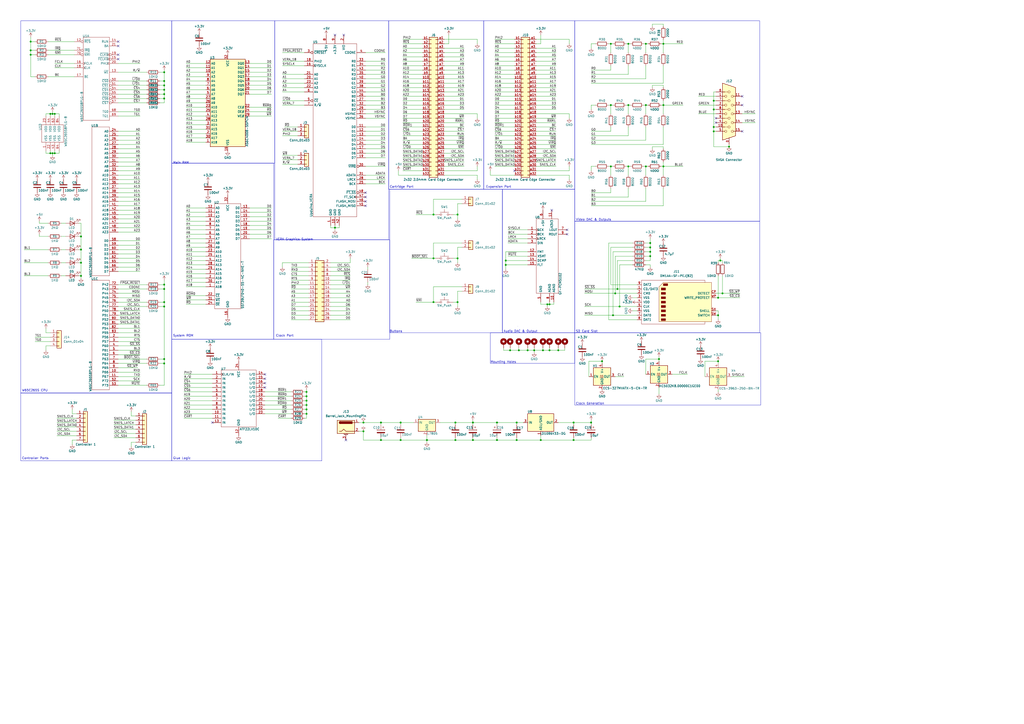
<source format=kicad_sch>
(kicad_sch
	(version 20231120)
	(generator "eeschema")
	(generator_version "8.0")
	(uuid "24268fb5-9051-453e-aa4f-3f063d8cbf81")
	(paper "A2")
	
	(junction
		(at 374.65 96.52)
		(diameter 0)
		(color 0 0 0 0)
		(uuid "00a428b0-09b7-4eba-9ac2-7037ac8ad370")
	)
	(junction
		(at 374.65 60.96)
		(diameter 0)
		(color 0 0 0 0)
		(uuid "044f74bd-df49-4b17-bc8e-d5c0c87299fb")
	)
	(junction
		(at 17.78 31.75)
		(diameter 0)
		(color 0 0 0 0)
		(uuid "0511a2a8-8e4f-4f8c-8ebc-e6ae30743f17")
	)
	(junction
		(at 251.46 124.46)
		(diameter 0)
		(color 0 0 0 0)
		(uuid "055f4555-4d71-4327-b716-65333f0b3c80")
	)
	(junction
		(at 416.56 172.72)
		(diameter 0)
		(color 0 0 0 0)
		(uuid "05f604e2-541d-4734-8204-d02b771a01f8")
	)
	(junction
		(at 29.21 88.9)
		(diameter 0)
		(color 0 0 0 0)
		(uuid "07ebd7c1-668f-488d-b46f-f7cb68c0cabb")
	)
	(junction
		(at 247.65 255.27)
		(diameter 0)
		(color 0 0 0 0)
		(uuid "091589e1-5d94-4b9c-8afb-b58c3f1d55ab")
	)
	(junction
		(at 95.25 57.15)
		(diameter 0)
		(color 0 0 0 0)
		(uuid "0b96100e-b5e7-492b-9bd4-12e23fe03fb1")
	)
	(junction
		(at 417.83 151.13)
		(diameter 0)
		(color 0 0 0 0)
		(uuid "0cc19e3e-fc66-43df-9452-f28966d9d9b9")
	)
	(junction
		(at 95.25 208.28)
		(diameter 0)
		(color 0 0 0 0)
		(uuid "0ed27ab3-8d38-4144-be11-7325d24d990b")
	)
	(junction
		(at 293.37 151.13)
		(diameter 0)
		(color 0 0 0 0)
		(uuid "12d8bc6c-7a73-4d6e-9a2a-f0d88ea377ae")
	)
	(junction
		(at 194.31 132.08)
		(diameter 0)
		(color 0 0 0 0)
		(uuid "165a8620-cc52-4dab-809d-64ee0df4fe09")
	)
	(junction
		(at 232.41 245.11)
		(diameter 0)
		(color 0 0 0 0)
		(uuid "179fff3a-e003-463d-8d86-4c95be61be12")
	)
	(junction
		(at 384.81 60.96)
		(diameter 0)
		(color 0 0 0 0)
		(uuid "1811bc3e-6e28-4045-addd-add2f9263622")
	)
	(junction
		(at 414.02 73.66)
		(diameter 0)
		(color 0 0 0 0)
		(uuid "1e5ba76c-72b1-441b-9fb0-ef4a8a1a4dba")
	)
	(junction
		(at 95.25 167.64)
		(diameter 0)
		(color 0 0 0 0)
		(uuid "1e7138a2-c2a9-4b0a-85df-95dc3af91b06")
	)
	(junction
		(at 232.41 255.27)
		(diameter 0)
		(color 0 0 0 0)
		(uuid "2c5258ef-3ca6-4bc4-98e0-4bc3aac69e49")
	)
	(junction
		(at 377.19 143.51)
		(diameter 0)
		(color 0 0 0 0)
		(uuid "2e035fc3-8bc2-4201-8be6-075927b02d56")
	)
	(junction
		(at 293.37 153.67)
		(diameter 0)
		(color 0 0 0 0)
		(uuid "3461c7e6-54cf-4f66-978e-2e1737befde6")
	)
	(junction
		(at 318.77 176.53)
		(diameter 0)
		(color 0 0 0 0)
		(uuid "3783c288-3d0f-4aa0-a370-200ec8aff10c")
	)
	(junction
		(at 264.16 245.11)
		(diameter 0)
		(color 0 0 0 0)
		(uuid "3e3b8706-7185-45ef-8e32-ea665279af52")
	)
	(junction
		(at 177.8 240.03)
		(diameter 0)
		(color 0 0 0 0)
		(uuid "404b6080-2ebd-4700-a068-0ca55160176a")
	)
	(junction
		(at 220.98 255.27)
		(diameter 0)
		(color 0 0 0 0)
		(uuid "442bb636-488f-4dab-8558-79a6917cdf27")
	)
	(junction
		(at 364.49 25.4)
		(diameter 0)
		(color 0 0 0 0)
		(uuid "451fb2e4-b0e0-4cf8-b3c4-8bb3e6c4a977")
	)
	(junction
		(at 364.49 96.52)
		(diameter 0)
		(color 0 0 0 0)
		(uuid "46723f89-1988-4bc3-a9d1-c772b56e5b28")
	)
	(junction
		(at 251.46 175.26)
		(diameter 0)
		(color 0 0 0 0)
		(uuid "4a114abf-1118-4789-a166-3d00a70d3984")
	)
	(junction
		(at 210.82 250.19)
		(diameter 0)
		(color 0 0 0 0)
		(uuid "4b2576c1-c304-4541-9a5d-25a299bd215d")
	)
	(junction
		(at 359.41 177.8)
		(diameter 0)
		(color 0 0 0 0)
		(uuid "4c355ad5-3043-41c8-a82f-ab065dcf09e9")
	)
	(junction
		(at 95.25 54.61)
		(diameter 0)
		(color 0 0 0 0)
		(uuid "4cf2456d-85c1-4dfe-8b61-78a65a64e07f")
	)
	(junction
		(at 30.48 66.04)
		(diameter 0)
		(color 0 0 0 0)
		(uuid "514b94c8-5cf1-4ebb-b377-2ae3ba527c3e")
	)
	(junction
		(at 95.25 41.91)
		(diameter 0)
		(color 0 0 0 0)
		(uuid "55edda16-0e77-4be2-a973-006669076d79")
	)
	(junction
		(at 377.19 148.59)
		(diameter 0)
		(color 0 0 0 0)
		(uuid "5ba6f890-e8f3-4fe5-b65e-57d7bd225414")
	)
	(junction
		(at 274.32 255.27)
		(diameter 0)
		(color 0 0 0 0)
		(uuid "5c77fc39-9937-4839-8ab9-a8ec05f01632")
	)
	(junction
		(at 288.29 245.11)
		(diameter 0)
		(color 0 0 0 0)
		(uuid "5ceaa7a9-27e2-4c5e-8a03-bafd5d8d8f9e")
	)
	(junction
		(at 355.6 182.88)
		(diameter 0)
		(color 0 0 0 0)
		(uuid "5e560022-889e-4df6-872f-d0ca772a7b7f")
	)
	(junction
		(at 414.02 58.42)
		(diameter 0)
		(color 0 0 0 0)
		(uuid "5f153c3e-885c-440c-9da3-1c3e38ea305a")
	)
	(junction
		(at 264.16 255.27)
		(diameter 0)
		(color 0 0 0 0)
		(uuid "63241004-4f06-4912-aed5-19a87e3f48e2")
	)
	(junction
		(at 177.8 227.33)
		(diameter 0)
		(color 0 0 0 0)
		(uuid "647f9f6a-163e-4096-a9a8-32eb2b14c02e")
	)
	(junction
		(at 251.46 149.86)
		(diameter 0)
		(color 0 0 0 0)
		(uuid "6688481a-bb1d-4a7d-bb48-103296663e29")
	)
	(junction
		(at 95.25 210.82)
		(diameter 0)
		(color 0 0 0 0)
		(uuid "6854cd79-4d82-4506-83f0-9c13e5ff5a88")
	)
	(junction
		(at 265.43 175.26)
		(diameter 0)
		(color 0 0 0 0)
		(uuid "68e5833d-8495-41b5-a662-1c727c7cdabf")
	)
	(junction
		(at 29.21 66.04)
		(diameter 0)
		(color 0 0 0 0)
		(uuid "6c204841-57f7-4b89-96c7-81b1bd36d8d5")
	)
	(junction
		(at 177.8 237.49)
		(diameter 0)
		(color 0 0 0 0)
		(uuid "6ca25e10-e790-49b6-9f88-67f4c1834a0b")
	)
	(junction
		(at 377.19 146.05)
		(diameter 0)
		(color 0 0 0 0)
		(uuid "7249232a-2cd5-47bd-82f2-d251e1fc720c")
	)
	(junction
		(at 17.78 24.13)
		(diameter 0)
		(color 0 0 0 0)
		(uuid "76a3a812-a8f9-455a-8936-0d1b3c209f68")
	)
	(junction
		(at 354.33 25.4)
		(diameter 0)
		(color 0 0 0 0)
		(uuid "79d95dda-218b-47c3-8c92-f534a2637558")
	)
	(junction
		(at 31.75 88.9)
		(diameter 0)
		(color 0 0 0 0)
		(uuid "7a7956fa-0cbe-46bc-a668-612cef11308b")
	)
	(junction
		(at 314.96 203.2)
		(diameter 0)
		(color 0 0 0 0)
		(uuid "7bd8b1ae-fa79-4ee4-a745-fc9606a9db08")
	)
	(junction
		(at 177.8 232.41)
		(diameter 0)
		(color 0 0 0 0)
		(uuid "7c4e6792-0f28-444f-bbe8-c6720c534179")
	)
	(junction
		(at 95.25 46.99)
		(diameter 0)
		(color 0 0 0 0)
		(uuid "7cd24309-e546-47a8-975f-197650bf6472")
	)
	(junction
		(at 354.33 96.52)
		(diameter 0)
		(color 0 0 0 0)
		(uuid "80695b3c-cadc-4489-ab84-c69474bbc459")
	)
	(junction
		(at 317.5 176.53)
		(diameter 0)
		(color 0 0 0 0)
		(uuid "83322db4-d4eb-47e9-bd3b-b42a5c83d9a7")
	)
	(junction
		(at 46.99 137.16)
		(diameter 0)
		(color 0 0 0 0)
		(uuid "86619b1e-171d-4155-8428-ba1db09fe86c")
	)
	(junction
		(at 318.77 203.2)
		(diameter 0)
		(color 0 0 0 0)
		(uuid "891d2ba3-67c0-40c7-b2fe-f49b4122d6b4")
	)
	(junction
		(at 419.1 170.18)
		(diameter 0)
		(color 0 0 0 0)
		(uuid "8954e231-0fc1-4f6d-b69b-990e1719b5f4")
	)
	(junction
		(at 288.29 255.27)
		(diameter 0)
		(color 0 0 0 0)
		(uuid "8bd11186-ee55-436b-9d54-3f464141eaee")
	)
	(junction
		(at 306.07 203.2)
		(diameter 0)
		(color 0 0 0 0)
		(uuid "904b87ce-b2a2-4bfd-8774-04d4c532c42b")
	)
	(junction
		(at 265.43 149.86)
		(diameter 0)
		(color 0 0 0 0)
		(uuid "93603dce-06b5-4831-9486-a2b88254b594")
	)
	(junction
		(at 299.72 245.11)
		(diameter 0)
		(color 0 0 0 0)
		(uuid "950b2707-d863-4a03-960f-85779cc5cd54")
	)
	(junction
		(at 30.48 88.9)
		(diameter 0)
		(color 0 0 0 0)
		(uuid "961f8945-e1c5-4198-b2b9-ed989bbdc941")
	)
	(junction
		(at 95.25 165.1)
		(diameter 0)
		(color 0 0 0 0)
		(uuid "9af20d9e-a20f-4b7c-ac1f-18dead75e997")
	)
	(junction
		(at 342.9 245.11)
		(diameter 0)
		(color 0 0 0 0)
		(uuid "9b0bcb49-1b78-4896-9e99-d3e3d56e3e99")
	)
	(junction
		(at 356.87 170.18)
		(diameter 0)
		(color 0 0 0 0)
		(uuid "9e7d1aae-bc0f-4c30-9a2f-089acf7d4edb")
	)
	(junction
		(at 382.27 208.28)
		(diameter 0)
		(color 0 0 0 0)
		(uuid "a46a71a3-be07-45c5-8f21-fdf61ee0de11")
	)
	(junction
		(at 265.43 124.46)
		(diameter 0)
		(color 0 0 0 0)
		(uuid "abbd9e91-b2a9-4a6c-8e23-3cf0d5c6bbc0")
	)
	(junction
		(at 95.25 52.07)
		(diameter 0)
		(color 0 0 0 0)
		(uuid "ac0d1b2c-03b2-4473-8a1d-7c0320a594c2")
	)
	(junction
		(at 364.49 60.96)
		(diameter 0)
		(color 0 0 0 0)
		(uuid "ac8cfd6e-56e7-4997-b41d-4f834b2aa3f8")
	)
	(junction
		(at 220.98 245.11)
		(diameter 0)
		(color 0 0 0 0)
		(uuid "af4340fd-82cd-49f1-ab80-b1f94efc7f8f")
	)
	(junction
		(at 313.69 255.27)
		(diameter 0)
		(color 0 0 0 0)
		(uuid "b8620d1b-92c7-4772-b4c5-ae55a8ab2ae7")
	)
	(junction
		(at 414.02 76.2)
		(diameter 0)
		(color 0 0 0 0)
		(uuid "b98a5dd7-a179-4331-8d1c-d479900f1de3")
	)
	(junction
		(at 332.74 255.27)
		(diameter 0)
		(color 0 0 0 0)
		(uuid "c6d81014-6c57-4e5b-bd8e-db09d41c9b24")
	)
	(junction
		(at 210.82 245.11)
		(diameter 0)
		(color 0 0 0 0)
		(uuid "caff29f6-2f54-4885-8f2f-43039d416fb5")
	)
	(junction
		(at 95.25 175.26)
		(diameter 0)
		(color 0 0 0 0)
		(uuid "cbf3c7c8-fc23-4f56-bacf-f1126727c903")
	)
	(junction
		(at 95.25 177.8)
		(diameter 0)
		(color 0 0 0 0)
		(uuid "cc8182ce-43cc-47eb-967b-f2b35ec28b66")
	)
	(junction
		(at 384.81 96.52)
		(diameter 0)
		(color 0 0 0 0)
		(uuid "cdd50d0c-e34c-4cf2-b837-a3eed81050f9")
	)
	(junction
		(at 422.91 85.09)
		(diameter 0)
		(color 0 0 0 0)
		(uuid "cffa938e-9330-49fe-85bc-ab0632354f6a")
	)
	(junction
		(at 332.74 245.11)
		(diameter 0)
		(color 0 0 0 0)
		(uuid "d2cc1cf6-5e46-4784-9c76-68f41a9a6bbf")
	)
	(junction
		(at 274.32 245.11)
		(diameter 0)
		(color 0 0 0 0)
		(uuid "d3d7fd4e-03d3-4acb-a74d-3f60128d37c7")
	)
	(junction
		(at 177.8 229.87)
		(diameter 0)
		(color 0 0 0 0)
		(uuid "d63ba307-fcea-4194-8efb-5804906d5429")
	)
	(junction
		(at 31.75 66.04)
		(diameter 0)
		(color 0 0 0 0)
		(uuid "d653e696-9f7a-427c-89a7-72f82fcefb8c")
	)
	(junction
		(at 46.99 160.02)
		(diameter 0)
		(color 0 0 0 0)
		(uuid "d70b4362-6c6a-46cb-83ba-f00d10c53bf2")
	)
	(junction
		(at 46.99 152.4)
		(diameter 0)
		(color 0 0 0 0)
		(uuid "d7526542-5fe1-4dec-838e-269ad00762b1")
	)
	(junction
		(at 384.81 25.4)
		(diameter 0)
		(color 0 0 0 0)
		(uuid "d8db1f28-b540-4d7b-89d6-78012aff6b5a")
	)
	(junction
		(at 309.88 203.2)
		(diameter 0)
		(color 0 0 0 0)
		(uuid "db0edadb-055b-4198-b3c3-87ac5ed02800")
	)
	(junction
		(at 377.19 140.97)
		(diameter 0)
		(color 0 0 0 0)
		(uuid "dd12048d-ff5c-46fe-8b3f-904f5a91631d")
	)
	(junction
		(at 17.78 29.21)
		(diameter 0)
		(color 0 0 0 0)
		(uuid "dee3f5b7-f912-462d-9631-320198e268ce")
	)
	(junction
		(at 300.99 203.2)
		(diameter 0)
		(color 0 0 0 0)
		(uuid "e13ff97c-140b-40a6-af45-e7fec335d789")
	)
	(junction
		(at 177.8 234.95)
		(diameter 0)
		(color 0 0 0 0)
		(uuid "e946bb44-3418-4254-98d4-529bf553bb3b")
	)
	(junction
		(at 299.72 255.27)
		(diameter 0)
		(color 0 0 0 0)
		(uuid "ec009019-9b3b-43ba-807c-a9a21d66a470")
	)
	(junction
		(at 295.91 203.2)
		(diameter 0)
		(color 0 0 0 0)
		(uuid "ed47234c-d1fc-4786-a530-1097f5d0097b")
	)
	(junction
		(at 416.56 182.88)
		(diameter 0)
		(color 0 0 0 0)
		(uuid "eda29677-3b25-443a-b600-11824bd5bd78")
	)
	(junction
		(at 354.33 60.96)
		(diameter 0)
		(color 0 0 0 0)
		(uuid "f27e3411-7cea-42ee-8e17-55b0fc3708cc")
	)
	(junction
		(at 323.85 203.2)
		(diameter 0)
		(color 0 0 0 0)
		(uuid "f6c37868-90e6-4b71-b24c-e7ac97761298")
	)
	(junction
		(at 374.65 25.4)
		(diameter 0)
		(color 0 0 0 0)
		(uuid "f701205c-c20b-45aa-98b9-f43902990662")
	)
	(junction
		(at 358.14 167.64)
		(diameter 0)
		(color 0 0 0 0)
		(uuid "f7914ead-e636-4321-b5db-363d304845ac")
	)
	(junction
		(at 95.25 49.53)
		(diameter 0)
		(color 0 0 0 0)
		(uuid "f993eccf-d12c-4fc6-95cf-5100f3772d3f")
	)
	(junction
		(at 414.02 63.5)
		(diameter 0)
		(color 0 0 0 0)
		(uuid "f9d0fd5f-8871-465c-ab7a-b5b30d120d2c")
	)
	(junction
		(at 46.99 144.78)
		(diameter 0)
		(color 0 0 0 0)
		(uuid "f9e54583-96ee-4add-ae7d-9bb6223a42b9")
	)
	(junction
		(at 416.56 209.55)
		(diameter 0)
		(color 0 0 0 0)
		(uuid "fa9a871a-e8e1-44af-a7e4-51693009357f")
	)
	(junction
		(at 349.25 209.55)
		(diameter 0)
		(color 0 0 0 0)
		(uuid "fcbe6abf-ec66-4f87-9c17-ec17485c7d2c")
	)
	(no_connect
		(at 68.58 24.13)
		(uuid "1df3732e-bddf-4017-9b42-4d48efd31c62")
	)
	(no_connect
		(at 68.58 34.29)
		(uuid "217c8fba-bd1b-4d31-86cb-b14efaa13359")
	)
	(no_connect
		(at 153.67 222.25)
		(uuid "30c6b9c7-0b3a-42c4-9656-4d8c95f7e3ae")
	)
	(no_connect
		(at 328.93 135.89)
		(uuid "35cd9c3c-ab2f-45b4-bac3-f806156d3198")
	)
	(no_connect
		(at 68.58 31.75)
		(uuid "3ed7b960-82e5-4219-b6c4-5de479eae73d")
	)
	(no_connect
		(at 153.67 219.71)
		(uuid "41453f3a-e045-4972-ad5f-0107512b5375")
	)
	(no_connect
		(at 430.53 76.2)
		(uuid "5c5a04f9-cb77-401c-9381-6e471ff78492")
	)
	(no_connect
		(at 199.39 20.32)
		(uuid "5c87585e-ac48-4de6-9f57-3f848beae8f3")
	)
	(no_connect
		(at 200.66 255.27)
		(uuid "621f6707-63dc-4795-9425-97ba9c4a748f")
	)
	(no_connect
		(at 153.67 224.79)
		(uuid "6a570c79-1319-4443-ac57-374ae722bd23")
	)
	(no_connect
		(at 415.29 71.12)
		(uuid "6f5d2937-2a03-4774-a09e-34619242d422")
	)
	(no_connect
		(at 298.45 99.06)
		(uuid "79038925-9ebf-4780-8b8e-cf371a20cfdc")
	)
	(no_connect
		(at 212.09 119.38)
		(uuid "7ec3c8ea-e9e8-451b-b04e-8b13b3ceed58")
	)
	(no_connect
		(at 123.19 245.11)
		(uuid "7f9d8bac-8069-453f-9677-28dc4d8ed0a2")
	)
	(no_connect
		(at 430.53 55.88)
		(uuid "8cfebd4d-7e15-4397-8d84-b888118a401a")
	)
	(no_connect
		(at 194.31 20.32)
		(uuid "948e73de-9ceb-4410-8a51-9c8c194a5332")
	)
	(no_connect
		(at 212.09 111.76)
		(uuid "96e77773-a880-4d6d-afdb-1c555f9c6499")
	)
	(no_connect
		(at 430.53 60.96)
		(uuid "a2ee946d-ff99-4a12-9f8b-ffc5ebf6fffd")
	)
	(no_connect
		(at 68.58 26.67)
		(uuid "a630df17-732d-4db3-847c-82cb8630f661")
	)
	(no_connect
		(at 328.93 133.35)
		(uuid "af404473-2aa3-47e5-955a-5b0888a4a31b")
	)
	(no_connect
		(at 212.09 116.84)
		(uuid "b623f0a3-e7b1-41a8-a77b-8c3dca25bf0f")
	)
	(no_connect
		(at 320.04 121.92)
		(uuid "b626c554-05b7-4deb-845d-f0fc90e5d200")
	)
	(no_connect
		(at 415.29 68.58)
		(uuid "c493b706-85a1-45b1-92aa-7e112063a4c4")
	)
	(no_connect
		(at 153.67 217.17)
		(uuid "ca6345c6-580d-4394-b43d-d61cc9c0af8f")
	)
	(no_connect
		(at 212.09 114.3)
		(uuid "d4222379-79f9-49e3-a7b0-5f6199aea2f7")
	)
	(wire
		(pts
			(xy 364.49 109.22) (xy 364.49 114.3)
		)
		(stroke
			(width 0)
			(type default)
		)
		(uuid "00cb7850-82c0-436a-aeb7-fa63fa508e37")
	)
	(wire
		(pts
			(xy 68.58 83.82) (xy 81.28 83.82)
		)
		(stroke
			(width 0)
			(type default)
		)
		(uuid "00e8741c-04f3-4a75-ba5a-774c15c27a42")
	)
	(wire
		(pts
			(xy 179.07 185.42) (xy 168.91 185.42)
		)
		(stroke
			(width 0)
			(type default)
		)
		(uuid "01872560-228c-4041-8804-6e4e434497b4")
	)
	(wire
		(pts
			(xy 378.46 49.53) (xy 378.46 50.8)
		)
		(stroke
			(width 0)
			(type default)
		)
		(uuid "02052c02-0e8d-4c9e-8fb1-598c8cebd316")
	)
	(wire
		(pts
			(xy 212.09 104.14) (xy 223.52 104.14)
		)
		(stroke
			(width 0)
			(type default)
		)
		(uuid "021baf42-477a-4a26-b503-bdb5071adba1")
	)
	(wire
		(pts
			(xy 68.58 180.34) (xy 81.28 180.34)
		)
		(stroke
			(width 0)
			(type default)
		)
		(uuid "023a9ed1-f805-494e-9abd-621fa91a8795")
	)
	(wire
		(pts
			(xy 46.99 144.78) (xy 46.99 152.4)
		)
		(stroke
			(width 0)
			(type default)
		)
		(uuid "02c59dbd-bcea-490e-911e-caf94ce598a1")
	)
	(wire
		(pts
			(xy 68.58 205.74) (xy 81.28 205.74)
		)
		(stroke
			(width 0)
			(type default)
		)
		(uuid "030351d3-0418-487a-a2a4-ed4e55f1ee5d")
	)
	(wire
		(pts
			(xy 68.58 78.74) (xy 81.28 78.74)
		)
		(stroke
			(width 0)
			(type default)
		)
		(uuid "0333b4c3-45cd-4f1d-af09-92f80b6063ab")
	)
	(wire
		(pts
			(xy 27.94 31.75) (xy 43.18 31.75)
		)
		(stroke
			(width 0)
			(type default)
		)
		(uuid "033accaf-a476-42d0-bebb-a0d2a52fd4bc")
	)
	(wire
		(pts
			(xy 415.29 182.88) (xy 416.56 182.88)
		)
		(stroke
			(width 0)
			(type default)
		)
		(uuid "03cecd53-c65d-458d-8e1d-685628f3fca1")
	)
	(wire
		(pts
			(xy 342.9 78.74) (xy 364.49 78.74)
		)
		(stroke
			(width 0)
			(type default)
		)
		(uuid "03d1c165-bcd1-4a83-978e-5b9ee8b21b0b")
	)
	(wire
		(pts
			(xy 161.29 242.57) (xy 168.91 242.57)
		)
		(stroke
			(width 0)
			(type default)
		)
		(uuid "04654872-c614-4810-9d7a-965304d80ea9")
	)
	(wire
		(pts
			(xy 34.29 66.04) (xy 34.29 67.31)
		)
		(stroke
			(width 0)
			(type default)
		)
		(uuid "049357a7-d4a3-4538-9f35-3ce6734e4225")
	)
	(wire
		(pts
			(xy 233.68 71.12) (xy 245.11 71.12)
		)
		(stroke
			(width 0)
			(type default)
		)
		(uuid "04af36c8-cdcc-4998-9e7a-89d90f454dd5")
	)
	(wire
		(pts
			(xy 119.38 125.73) (xy 107.95 125.73)
		)
		(stroke
			(width 0)
			(type default)
		)
		(uuid "04b0b2f5-eef2-4c4a-a915-ad259c7db278")
	)
	(wire
		(pts
			(xy 274.32 243.84) (xy 274.32 245.11)
		)
		(stroke
			(width 0)
			(type default)
		)
		(uuid "05290d75-5017-4e96-b434-23aee5d481b8")
	)
	(wire
		(pts
			(xy 68.58 46.99) (xy 85.09 46.99)
		)
		(stroke
			(width 0)
			(type default)
		)
		(uuid "05976b08-17ab-47c0-88aa-3279efbd8512")
	)
	(wire
		(pts
			(xy 119.38 54.61) (xy 107.95 54.61)
		)
		(stroke
			(width 0)
			(type default)
		)
		(uuid "05ca9267-9960-40ac-98db-3a3794f01126")
	)
	(wire
		(pts
			(xy 384.81 58.42) (xy 384.81 60.96)
		)
		(stroke
			(width 0)
			(type default)
		)
		(uuid "060d598c-2430-4aff-a248-bf765ccaf43c")
	)
	(wire
		(pts
			(xy 364.49 60.96) (xy 364.49 66.04)
		)
		(stroke
			(width 0)
			(type default)
		)
		(uuid "068ceb7a-50e2-460e-9d97-1af10ee425e9")
	)
	(wire
		(pts
			(xy 144.78 41.91) (xy 157.48 41.91)
		)
		(stroke
			(width 0)
			(type default)
		)
		(uuid "069e235c-2d50-4402-9cf6-7076e3bc0805")
	)
	(wire
		(pts
			(xy 311.15 22.86) (xy 330.2 22.86)
		)
		(stroke
			(width 0)
			(type default)
		)
		(uuid "0705d0a0-dc2d-4883-95fb-3bb3aa8ef3b5")
	)
	(wire
		(pts
			(xy 68.58 96.52) (xy 81.28 96.52)
		)
		(stroke
			(width 0)
			(type default)
		)
		(uuid "075d9d3f-a9b0-4ae4-b9f1-f8c213dd533d")
	)
	(wire
		(pts
			(xy 262.89 175.26) (xy 265.43 175.26)
		)
		(stroke
			(width 0)
			(type default)
		)
		(uuid "078df960-92d4-4e31-ba2b-9e920b5dfc46")
	)
	(wire
		(pts
			(xy 416.56 160.02) (xy 416.56 172.72)
		)
		(stroke
			(width 0)
			(type default)
		)
		(uuid "07c52ecc-7b93-4444-98db-4ff727d4fa8d")
	)
	(wire
		(pts
			(xy 95.25 52.07) (xy 95.25 54.61)
		)
		(stroke
			(width 0)
			(type default)
		)
		(uuid "080e1e02-380b-4f24-aa39-5c084efa8e0b")
	)
	(wire
		(pts
			(xy 119.38 171.45) (xy 107.95 171.45)
		)
		(stroke
			(width 0)
			(type default)
		)
		(uuid "083c0ffa-673f-4e0b-9288-b1b2890a2280")
	)
	(wire
		(pts
			(xy 233.68 38.1) (xy 245.11 38.1)
		)
		(stroke
			(width 0)
			(type default)
		)
		(uuid "08900f74-0584-4ef0-9050-5b2f54299f0c")
	)
	(wire
		(pts
			(xy 342.9 96.52) (xy 345.44 96.52)
		)
		(stroke
			(width 0)
			(type default)
		)
		(uuid "0927573b-e83d-4d3a-a71b-e574379463af")
	)
	(wire
		(pts
			(xy 46.99 152.4) (xy 46.99 160.02)
		)
		(stroke
			(width 0)
			(type default)
		)
		(uuid "096770f3-32bc-4304-a2eb-d66a8df075f6")
	)
	(wire
		(pts
			(xy 408.94 209.55) (xy 408.94 218.44)
		)
		(stroke
			(width 0)
			(type default)
		)
		(uuid "09b53ecf-3e19-407e-957d-0b2e23d8d7c8")
	)
	(wire
		(pts
			(xy 22.86 128.27) (xy 22.86 129.54)
		)
		(stroke
			(width 0)
			(type default)
		)
		(uuid "09e0db46-6698-4f77-9d23-e3083172265d")
	)
	(wire
		(pts
			(xy 298.45 60.96) (xy 287.02 60.96)
		)
		(stroke
			(width 0)
			(type default)
		)
		(uuid "09f0cde8-3141-4813-843a-387f7898dbfe")
	)
	(wire
		(pts
			(xy 342.9 255.27) (xy 332.74 255.27)
		)
		(stroke
			(width 0)
			(type default)
		)
		(uuid "09fe04e3-3f48-446b-9175-4e0b6bdabefa")
	)
	(wire
		(pts
			(xy 354.33 109.22) (xy 354.33 111.76)
		)
		(stroke
			(width 0)
			(type default)
		)
		(uuid "0a0b0bc4-32ca-4e97-8057-b1cbaaf4979a")
	)
	(wire
		(pts
			(xy 292.1 201.93) (xy 292.1 203.2)
		)
		(stroke
			(width 0)
			(type default)
		)
		(uuid "0a4d0b57-7622-4977-989f-e1f4e14bb9a1")
	)
	(wire
		(pts
			(xy 212.09 48.26) (xy 223.52 48.26)
		)
		(stroke
			(width 0)
			(type default)
		)
		(uuid "0a8ac80d-bb5d-4989-9b4c-103c1c1f1ba6")
	)
	(wire
		(pts
			(xy 378.46 13.97) (xy 384.81 13.97)
		)
		(stroke
			(width 0)
			(type default)
		)
		(uuid "0acd87dd-9e13-48ce-af6c-6e479989a379")
	)
	(wire
		(pts
			(xy 414.02 63.5) (xy 414.02 73.66)
		)
		(stroke
			(width 0)
			(type default)
		)
		(uuid "0aea0c35-f0e5-4f6d-b95d-1ff07619e453")
	)
	(wire
		(pts
			(xy 119.38 80.01) (xy 107.95 80.01)
		)
		(stroke
			(width 0)
			(type default)
		)
		(uuid "0b0525e7-1f72-4fdc-80ac-a52262a4ea76")
	)
	(wire
		(pts
			(xy 26.67 193.04) (xy 29.21 193.04)
		)
		(stroke
			(width 0)
			(type default)
		)
		(uuid "0b585b7d-e323-4556-8a99-2712989a4d4c")
	)
	(wire
		(pts
			(xy 13.97 152.4) (xy 27.94 152.4)
		)
		(stroke
			(width 0)
			(type default)
		)
		(uuid "0b6d62a5-35bf-4fff-85e7-16505e9f0b84")
	)
	(wire
		(pts
			(xy 203.2 149.86) (xy 203.2 152.4)
		)
		(stroke
			(width 0)
			(type default)
		)
		(uuid "0bb2776f-c070-4404-8cdd-7f47385d0837")
	)
	(wire
		(pts
			(xy 106.68 219.71) (xy 123.19 219.71)
		)
		(stroke
			(width 0)
			(type default)
		)
		(uuid "0bdeba8c-a5a1-4d7d-b08f-8d15cbe9beab")
	)
	(wire
		(pts
			(xy 262.89 149.86) (xy 265.43 149.86)
		)
		(stroke
			(width 0)
			(type default)
		)
		(uuid "0dcd0d64-a4e5-488d-bc5b-946fd7ffb567")
	)
	(wire
		(pts
			(xy 257.81 45.72) (xy 269.24 45.72)
		)
		(stroke
			(width 0)
			(type default)
		)
		(uuid "0de16e60-bf32-4b47-b564-1cbba6abf9ed")
	)
	(wire
		(pts
			(xy 38.1 144.78) (xy 35.56 144.78)
		)
		(stroke
			(width 0)
			(type default)
		)
		(uuid "0e8ca9e4-959d-4e29-80fb-32e978ed267f")
	)
	(wire
		(pts
			(xy 92.71 165.1) (xy 95.25 165.1)
		)
		(stroke
			(width 0)
			(type default)
		)
		(uuid "0ebfc9bb-d424-4a25-a6a1-5895adca6cd2")
	)
	(wire
		(pts
			(xy 76.2 241.3) (xy 78.74 241.3)
		)
		(stroke
			(width 0)
			(type default)
		)
		(uuid "1031719f-3c7e-4243-afd3-c9568ac96e18")
	)
	(wire
		(pts
			(xy 311.15 93.98) (xy 322.58 93.98)
		)
		(stroke
			(width 0)
			(type default)
		)
		(uuid "103ca820-d78b-4fc2-9d29-5ce95a9a1b19")
	)
	(wire
		(pts
			(xy 419.1 160.02) (xy 419.1 170.18)
		)
		(stroke
			(width 0)
			(type default)
		)
		(uuid "1050686a-dd7c-4319-bbcb-e78bbbb4f3b9")
	)
	(wire
		(pts
			(xy 257.81 48.26) (xy 269.24 48.26)
		)
		(stroke
			(width 0)
			(type default)
		)
		(uuid "10c38f74-2f37-42ca-9992-e8d1c9aeac99")
	)
	(wire
		(pts
			(xy 179.07 167.64) (xy 168.91 167.64)
		)
		(stroke
			(width 0)
			(type default)
		)
		(uuid "10f5b9dd-0dee-4552-be7c-0dd8c9036b28")
	)
	(wire
		(pts
			(xy 384.81 13.97) (xy 384.81 15.24)
		)
		(stroke
			(width 0)
			(type default)
		)
		(uuid "10fd9da5-1ae6-4b9f-8002-5f0081f30754")
	)
	(wire
		(pts
			(xy 374.65 96.52) (xy 374.65 101.6)
		)
		(stroke
			(width 0)
			(type default)
		)
		(uuid "11435918-8bf7-40d1-8ad8-4e24f77cec69")
	)
	(wire
		(pts
			(xy 233.68 93.98) (xy 245.11 93.98)
		)
		(stroke
			(width 0)
			(type default)
		)
		(uuid "1233ac65-c472-4ba9-bf5c-e0ddbe9e7ee9")
	)
	(wire
		(pts
			(xy 177.8 227.33) (xy 177.8 229.87)
		)
		(stroke
			(width 0)
			(type default)
		)
		(uuid "12762d7e-e35a-427a-85cd-8996f95043a6")
	)
	(wire
		(pts
			(xy 245.11 68.58) (xy 233.68 68.58)
		)
		(stroke
			(width 0)
			(type default)
		)
		(uuid "127c469a-8a60-40e4-9be1-040401f8c481")
	)
	(wire
		(pts
			(xy 68.58 142.24) (xy 81.28 142.24)
		)
		(stroke
			(width 0)
			(type default)
		)
		(uuid "1295682f-62d1-4dea-a2b3-50ff37672c86")
	)
	(wire
		(pts
			(xy 269.24 78.74) (xy 257.81 78.74)
		)
		(stroke
			(width 0)
			(type default)
		)
		(uuid "13c7e99b-4754-411c-9d6c-1cec1e71f274")
	)
	(wire
		(pts
			(xy 233.68 53.34) (xy 245.11 53.34)
		)
		(stroke
			(width 0)
			(type default)
		)
		(uuid "145994e8-dc4c-46aa-95a3-2817394237db")
	)
	(wire
		(pts
			(xy 68.58 144.78) (xy 81.28 144.78)
		)
		(stroke
			(width 0)
			(type default)
		)
		(uuid "14a88489-9f29-48c7-99ee-23c196f2cd4f")
	)
	(wire
		(pts
			(xy 317.5 176.53) (xy 313.69 176.53)
		)
		(stroke
			(width 0)
			(type default)
		)
		(uuid "1517b806-a7e9-4151-9602-97cd01b3cfd4")
	)
	(wire
		(pts
			(xy 191.77 175.26) (xy 203.2 175.26)
		)
		(stroke
			(width 0)
			(type default)
		)
		(uuid "1569df5f-f0e7-47ee-9195-bdf95cb2774d")
	)
	(wire
		(pts
			(xy 68.58 182.88) (xy 81.28 182.88)
		)
		(stroke
			(width 0)
			(type default)
		)
		(uuid "15d227e3-fba9-404d-a17c-c917d68e7923")
	)
	(wire
		(pts
			(xy 374.65 25.4) (xy 374.65 30.48)
		)
		(stroke
			(width 0)
			(type default)
		)
		(uuid "1629fcb4-1f95-43a4-a9b7-5cc3189e4fca")
	)
	(wire
		(pts
			(xy 374.65 60.96) (xy 375.92 60.96)
		)
		(stroke
			(width 0)
			(type default)
		)
		(uuid "1656ff84-f4ac-4b70-8234-063ea88b350d")
	)
	(wire
		(pts
			(xy 26.67 66.04) (xy 26.67 67.31)
		)
		(stroke
			(width 0)
			(type default)
		)
		(uuid "1683612e-d077-4aa8-b763-545ad5e009bd")
	)
	(wire
		(pts
			(xy 377.19 143.51) (xy 377.19 146.05)
		)
		(stroke
			(width 0)
			(type default)
		)
		(uuid "16d9c8f6-e677-4313-9750-0e0b04321ab0")
	)
	(wire
		(pts
			(xy 177.8 232.41) (xy 177.8 234.95)
		)
		(stroke
			(width 0)
			(type default)
		)
		(uuid "16f9cace-fde7-4ed7-9d60-012f2517e0cb")
	)
	(wire
		(pts
			(xy 274.32 254) (xy 274.32 255.27)
		)
		(stroke
			(width 0)
			(type default)
		)
		(uuid "172dbcae-a48e-4c2d-b2f6-d443804ee942")
	)
	(wire
		(pts
			(xy 41.91 255.27) (xy 41.91 257.81)
		)
		(stroke
			(width 0)
			(type default)
		)
		(uuid "17d95525-8adf-4cb0-ba3f-70a8f11d863d")
	)
	(wire
		(pts
			(xy 144.78 49.53) (xy 157.48 49.53)
		)
		(stroke
			(width 0)
			(type default)
		)
		(uuid "17edd5fd-689f-4f14-bbea-c257c0508a4b")
	)
	(wire
		(pts
			(xy 288.29 254) (xy 288.29 255.27)
		)
		(stroke
			(width 0)
			(type default)
		)
		(uuid "1826b6e2-b6f7-436d-b8b4-b4bfd61a091e")
	)
	(wire
		(pts
			(xy 257.81 35.56) (xy 269.24 35.56)
		)
		(stroke
			(width 0)
			(type default)
		)
		(uuid "182c8ad0-b7bd-4fb1-91aa-908b2c994f75")
	)
	(wire
		(pts
			(xy 358.14 167.64) (xy 369.57 167.64)
		)
		(stroke
			(width 0)
			(type default)
		)
		(uuid "1865ae25-bb50-4095-9a96-29489b910d1e")
	)
	(wire
		(pts
			(xy 342.9 25.4) (xy 345.44 25.4)
		)
		(stroke
			(width 0)
			(type default)
		)
		(uuid "1879c1be-f0e2-404b-ba9a-b9215c0fc173")
	)
	(wire
		(pts
			(xy 257.81 58.42) (xy 269.24 58.42)
		)
		(stroke
			(width 0)
			(type default)
		)
		(uuid "192ed763-33d8-4158-9f77-bfef29c6771f")
	)
	(wire
		(pts
			(xy 119.38 59.69) (xy 107.95 59.69)
		)
		(stroke
			(width 0)
			(type default)
		)
		(uuid "19b1772e-0925-4617-82ae-48e2396e92fa")
	)
	(wire
		(pts
			(xy 119.38 69.85) (xy 107.95 69.85)
		)
		(stroke
			(width 0)
			(type default)
		)
		(uuid "19d072cf-7092-4d2d-8b58-e07083ad3e67")
	)
	(wire
		(pts
			(xy 233.68 91.44) (xy 245.11 91.44)
		)
		(stroke
			(width 0)
			(type default)
		)
		(uuid "1a0e853e-bb26-4e37-9fba-0b03716c9f8d")
	)
	(wire
		(pts
			(xy 257.81 99.06) (xy 276.86 99.06)
		)
		(stroke
			(width 0)
			(type default)
		)
		(uuid "1a3c8b0e-eed4-468d-b1bf-33a41003dad7")
	)
	(wire
		(pts
			(xy 414.02 73.66) (xy 414.02 76.2)
		)
		(stroke
			(width 0)
			(type default)
		)
		(uuid "1a59062a-4639-4435-80c9-f36bc05f66f3")
	)
	(wire
		(pts
			(xy 68.58 119.38) (xy 81.28 119.38)
		)
		(stroke
			(width 0)
			(type default)
		)
		(uuid "1a60e448-4c29-4d29-b2b7-5c6653e7e530")
	)
	(wire
		(pts
			(xy 191.77 132.08) (xy 194.31 132.08)
		)
		(stroke
			(width 0)
			(type default)
		)
		(uuid "1a7cdcf8-d77a-4228-b6d0-4022e7045428")
	)
	(wire
		(pts
			(xy 68.58 91.44) (xy 81.28 91.44)
		)
		(stroke
			(width 0)
			(type default)
		)
		(uuid "1a9a2c61-86b3-49f6-a13d-fe0c0cde0948")
	)
	(wire
		(pts
			(xy 233.68 99.06) (xy 245.11 99.06)
		)
		(stroke
			(width 0)
			(type default)
		)
		(uuid "1b12d8b1-d586-486a-8cb0-751bb3a2a659")
	)
	(wire
		(pts
			(xy 287.02 40.64) (xy 298.45 40.64)
		)
		(stroke
			(width 0)
			(type default)
		)
		(uuid "1b6874bb-d8e7-4602-b992-28d3fc26044e")
	)
	(wire
		(pts
			(xy 27.94 24.13) (xy 43.18 24.13)
		)
		(stroke
			(width 0)
			(type default)
		)
		(uuid "1b7573cd-b985-4051-9b20-8b9ef0c9a890")
	)
	(wire
		(pts
			(xy 309.88 201.93) (xy 309.88 203.2)
		)
		(stroke
			(width 0)
			(type default)
		)
		(uuid "1ba12c7f-623b-4f47-a49c-b0b248c1e199")
	)
	(wire
		(pts
			(xy 144.78 133.35) (xy 157.48 133.35)
		)
		(stroke
			(width 0)
			(type default)
		)
		(uuid "1be99721-92f6-492f-97d9-80b6f1a94c3e")
	)
	(wire
		(pts
			(xy 367.03 180.34) (xy 369.57 180.34)
		)
		(stroke
			(width 0)
			(type default)
		)
		(uuid "1c1e6540-ff5e-4a2b-ada8-c776475161c9")
	)
	(wire
		(pts
			(xy 287.02 93.98) (xy 298.45 93.98)
		)
		(stroke
			(width 0)
			(type default)
		)
		(uuid "1cad8cf3-bd7a-492b-b4b8-c6cf757b0a68")
	)
	(wire
		(pts
			(xy 78.74 248.92) (xy 66.04 248.92)
		)
		(stroke
			(width 0)
			(type default)
		)
		(uuid "1cc856a2-dec0-4b60-a290-30ca3d690c64")
	)
	(wire
		(pts
			(xy 30.48 66.04) (xy 31.75 66.04)
		)
		(stroke
			(width 0)
			(type default)
		)
		(uuid "1ce5e2aa-6cf3-45bb-9b75-41c4bf353fa1")
	)
	(wire
		(pts
			(xy 95.25 175.26) (xy 95.25 177.8)
		)
		(stroke
			(width 0)
			(type default)
		)
		(u
... [490107 chars truncated]
</source>
